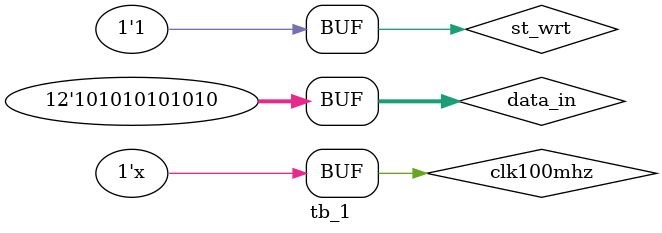
<source format=sv>
module spi_dac (
    input clk100mhz,
    output reg cs,
    output reg mosi,
    output reg sclk,
    input st_wrt,
    input [11:0] data_in,
    output reg done
);

typedef enum logic [1:0] {idle_dac = 0, init_dac = 1, dac_data = 2, send_data = 3} state_type;
state_type state;

// Counter for DAC's output
integer count = 0;
reg [31:0] data = 32'h0;
reg [31:0] setup_dac = 32'h08000001;
reg dac_init = 1'b0;

// Local clock signals
integer clkdiv = 0;
reg clk1mhz = 1'b0;




// Clock generation process
always @(posedge clk100mhz) begin
    if (clkdiv == 49) 
    begin
        clkdiv <= 0;
        clk1mhz <= ~clk1mhz;
    end 
    else
    begin
        clkdiv <= clkdiv + 1;
    end
end

// DAC main process
always @(posedge clk1mhz or negedge st_wrt) begin
    if (!st_wrt) begin
        state <= idle_dac;
        cs    <= 1'b1;
        mosi  <= 1'b0;
        count <= 0;
        done <= 1'b0;
    end else begin
        case (state)
            idle_dac:
                begin
                    cs    <= 1'b1;
                    mosi  <= 1'b0;
                    count <= 0;
                    done  <= 1'b0;
                    if (!dac_init) 
                    begin
                        cs <= 1'b1;
                        state <= init_dac;
                    end 
                    else 
                    begin
                        cs <= 1'b1;
                        state <= dac_data;
                    end
                end
         
         //////////////////////initialize DAC to magic number
          
              init_dac : begin
               if(count < 32 )
                  begin
                  cs    <= 1'b0;
                  count <= count + 1;
                  mosi  <= setup_dac[31-count];
                  state <= init_dac;
                  end
               else
                 begin
                 count <= 0;
                 dac_init <= 1'b1;
                 cs <= 1'b1;
                 state <= dac_data;
                 end
              end
              
              		
					
              dac_data: begin
               cs   <= 1'b1;
               mosi <= 1'b0;
               data <= {12'h030, data_in, 8'h00 };
               state <= send_data;
              end
              
              send_data:
              begin
              if(count < 32)
                  begin
                  cs    <= 1'b0;
                  count <= count + 1;
                  mosi  <= data[31-count];
                  state <= send_data;
                  end
               else
                 begin
                 count    <= 0;
                 done     <= 1'b1;
                 cs       <= 1'b1;
                 state    <= idle_dac;
                 end
              end
          
          
            default:state <= idle_dac;
            
            
        endcase
    end
end

assign sclk = clk1mhz; // Drive DAC with locally generated 1MHz clock


endmodule

//////////////////////////////////////////////////////////

module tb_1;

    reg clk100mhz = 0;
    wire cs;
    wire mosi;
    wire sclk;
    reg st_wrt = 0;
    reg [11:0] data_in = 0;
    wire done;
    
    
    spi_dac dut (clk100mhz, cs, mosi, sclk, st_wrt, data_in, done);
    
    always#5 clk100mhz = ~clk100mhz;
    
    initial begin
    st_wrt = 1;
    data_in = 12'b101010101010;
    end



endmodule

</source>
